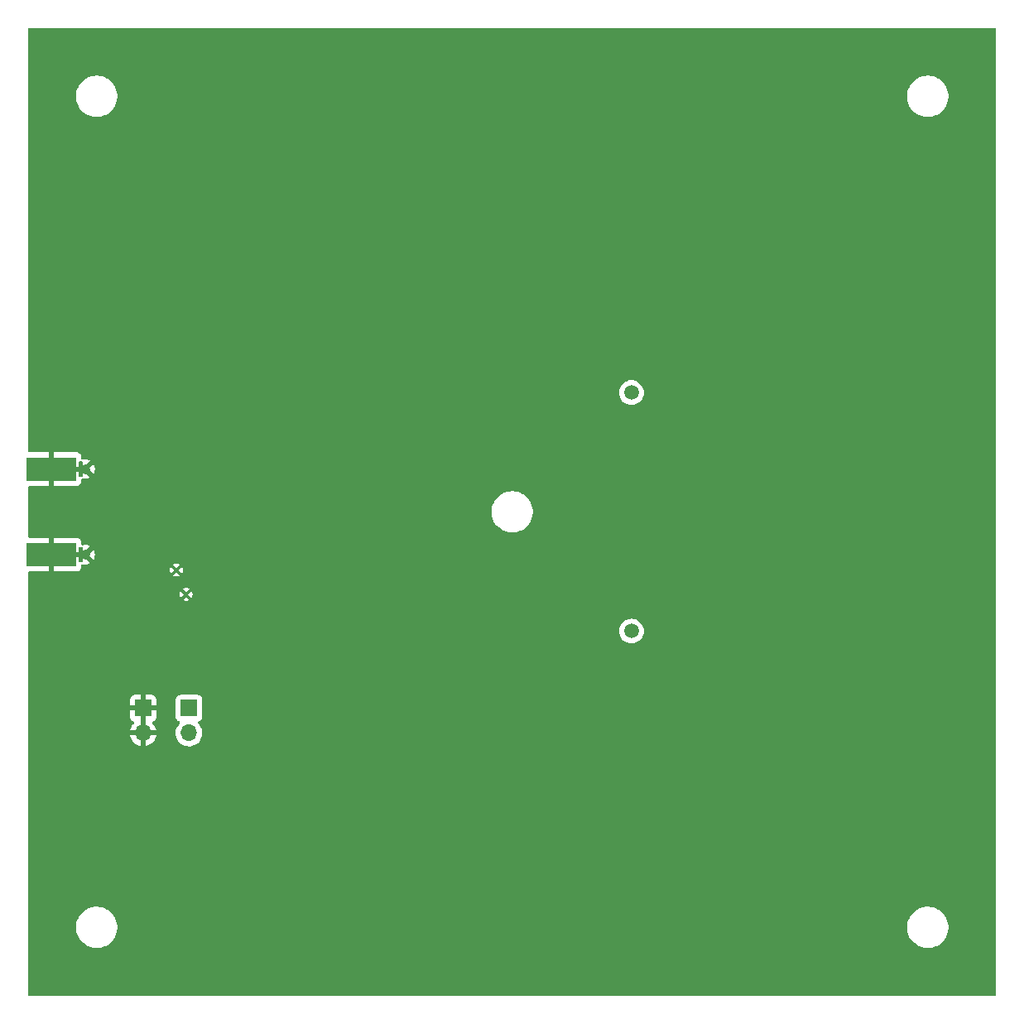
<source format=gbl>
G04 #@! TF.GenerationSoftware,KiCad,Pcbnew,(6.0.6-0)*
G04 #@! TF.CreationDate,2022-09-01T17:00:11+01:00*
G04 #@! TF.ProjectId,gnss_antenna_pcb,676e7373-5f61-46e7-9465-6e6e615f7063,rev?*
G04 #@! TF.SameCoordinates,Original*
G04 #@! TF.FileFunction,Copper,L2,Bot*
G04 #@! TF.FilePolarity,Positive*
%FSLAX46Y46*%
G04 Gerber Fmt 4.6, Leading zero omitted, Abs format (unit mm)*
G04 Created by KiCad (PCBNEW (6.0.6-0)) date 2022-09-01 17:00:11*
%MOMM*%
%LPD*%
G01*
G04 APERTURE LIST*
G04 #@! TA.AperFunction,ComponentPad*
%ADD10C,1.500000*%
G04 #@! TD*
G04 #@! TA.AperFunction,SMDPad,CuDef*
%ADD11R,5.080000X2.420000*%
G04 #@! TD*
G04 #@! TA.AperFunction,SMDPad,CuDef*
%ADD12R,0.950000X0.460000*%
G04 #@! TD*
G04 #@! TA.AperFunction,ComponentPad*
%ADD13C,0.970000*%
G04 #@! TD*
G04 #@! TA.AperFunction,ComponentPad*
%ADD14C,0.300000*%
G04 #@! TD*
G04 #@! TA.AperFunction,ComponentPad*
%ADD15R,1.700000X1.700000*%
G04 #@! TD*
G04 #@! TA.AperFunction,ComponentPad*
%ADD16O,1.700000X1.700000*%
G04 #@! TD*
G04 #@! TA.AperFunction,ViaPad*
%ADD17C,0.800000*%
G04 #@! TD*
G04 APERTURE END LIST*
D10*
X112197592Y-112197592D03*
X112197592Y-87802408D03*
D11*
X52880000Y-104380000D03*
D12*
X55870000Y-104380000D03*
X55870000Y-95620000D03*
D11*
X52880000Y-95620000D03*
D13*
X56320000Y-104380000D03*
X56320000Y-95620000D03*
D14*
X65650000Y-105950000D03*
D15*
X62260000Y-120085000D03*
D16*
X62260000Y-122625000D03*
D15*
X66940000Y-120085000D03*
D16*
X66940000Y-122625000D03*
D14*
X66650000Y-108450000D03*
D17*
X108790782Y-82600000D03*
X59600000Y-119400000D03*
X67400000Y-95800000D03*
X148200000Y-99900000D03*
X103430766Y-51600000D03*
X87250000Y-96812500D03*
X75800000Y-84000000D03*
X95700000Y-117200000D03*
X53000000Y-106800000D03*
X74000000Y-87000000D03*
X93750000Y-100625000D03*
X148200000Y-80580000D03*
X59400000Y-110400000D03*
X109400000Y-148200000D03*
X96500000Y-94250000D03*
X53300000Y-112600000D03*
X148200000Y-119220000D03*
X72600000Y-89600000D03*
X109800000Y-117200000D03*
X53000000Y-102200000D03*
X59600000Y-123400000D03*
X93750000Y-106750000D03*
X51000000Y-111200000D03*
X97169235Y-82600000D03*
X116200000Y-115000000D03*
X51200000Y-69400000D03*
X60310000Y-112660000D03*
X85547694Y-82600000D03*
X71750000Y-119200000D03*
X116200000Y-107500000D03*
X70200000Y-94200000D03*
X68600000Y-117600000D03*
X57800000Y-122200000D03*
X73000000Y-88000000D03*
X51700000Y-117350000D03*
X90500000Y-104437500D03*
X57800000Y-117800000D03*
X138500000Y-148200000D03*
X71750000Y-118050000D03*
X125815380Y-51600000D03*
X93750000Y-104437500D03*
X51200000Y-51600000D03*
X87250000Y-100625000D03*
X81600000Y-117200000D03*
X116200000Y-103750000D03*
X95969228Y-51600000D03*
X100400000Y-117200000D03*
X105100000Y-117200000D03*
X68000000Y-109200000D03*
X116200000Y-88750000D03*
X53000000Y-97800000D03*
X58400000Y-116000000D03*
X72580512Y-94153214D03*
X61600000Y-109950000D03*
X93295388Y-82600000D03*
X116200000Y-85000000D03*
X104916929Y-82600000D03*
X77950000Y-116700000D03*
X59600000Y-121400000D03*
X148200000Y-109560000D03*
X70600000Y-148200000D03*
X77950000Y-117850000D03*
X148200000Y-148200000D03*
X148200000Y-90240000D03*
X62600000Y-97800000D03*
X81046152Y-51600000D03*
X71750000Y-116850000D03*
X148200000Y-138540000D03*
X66123076Y-51600000D03*
X101043082Y-82600000D03*
X112200000Y-84000000D03*
X57800000Y-120200000D03*
X116200000Y-111250000D03*
X86300000Y-117200000D03*
X118353842Y-51600000D03*
X148200000Y-61260000D03*
X148200000Y-70920000D03*
X51200000Y-77200000D03*
X128800000Y-148200000D03*
X72600000Y-91800000D03*
X90500000Y-94250000D03*
X99700000Y-148200000D03*
X80300000Y-148200000D03*
X90500000Y-106750000D03*
X51200000Y-60600000D03*
X69400000Y-122800000D03*
X72800000Y-84000000D03*
X90500000Y-96812500D03*
X58661538Y-51600000D03*
X52800000Y-111200000D03*
X133276918Y-51600000D03*
X90000000Y-148200000D03*
X148200000Y-128880000D03*
X89421541Y-82600000D03*
X51200000Y-148200000D03*
X57750000Y-114050000D03*
X65600000Y-97800000D03*
X74000000Y-88000000D03*
X90500000Y-100625000D03*
X81673847Y-82600000D03*
X64600000Y-121200000D03*
X88507690Y-51600000D03*
X77800000Y-82600000D03*
X70200000Y-115800000D03*
X110892304Y-51600000D03*
X116200000Y-96250000D03*
X55450000Y-114950000D03*
X51000000Y-107200000D03*
X91000000Y-117200000D03*
X69400000Y-119800000D03*
X56600000Y-102200000D03*
X60900000Y-148200000D03*
X73584614Y-51600000D03*
X73000000Y-87000000D03*
X116200000Y-92500000D03*
X51200000Y-93000000D03*
X148200000Y-51600000D03*
X57700000Y-109150000D03*
X51200000Y-84400000D03*
X96500000Y-106750000D03*
X63850000Y-115950000D03*
X87250000Y-104437500D03*
X119100000Y-148200000D03*
X116200000Y-100000000D03*
X51000000Y-109200000D03*
X65250000Y-117250000D03*
X112600000Y-116000000D03*
X59600000Y-97800000D03*
X77900000Y-119150000D03*
X57700000Y-111350000D03*
X93750000Y-94250000D03*
X56600000Y-97800000D03*
X55200000Y-117000000D03*
X93750000Y-97000000D03*
X140738456Y-51600000D03*
X68000000Y-108200000D03*
G04 #@! TA.AperFunction,Conductor*
G36*
X149433621Y-50528502D02*
G01*
X149480114Y-50582158D01*
X149491500Y-50634500D01*
X149491500Y-149365500D01*
X149471498Y-149433621D01*
X149417842Y-149480114D01*
X149365500Y-149491500D01*
X50634500Y-149491500D01*
X50566379Y-149471498D01*
X50519886Y-149417842D01*
X50508500Y-149365500D01*
X50508500Y-142632703D01*
X55390743Y-142632703D01*
X55428268Y-142917734D01*
X55504129Y-143195036D01*
X55616923Y-143459476D01*
X55764561Y-143706161D01*
X55944313Y-143930528D01*
X56152851Y-144128423D01*
X56386317Y-144296186D01*
X56390112Y-144298195D01*
X56390113Y-144298196D01*
X56411869Y-144309715D01*
X56640392Y-144430712D01*
X56910373Y-144529511D01*
X57191264Y-144590755D01*
X57219841Y-144593004D01*
X57414282Y-144608307D01*
X57414291Y-144608307D01*
X57416739Y-144608500D01*
X57572271Y-144608500D01*
X57574407Y-144608354D01*
X57574418Y-144608354D01*
X57782548Y-144594165D01*
X57782554Y-144594164D01*
X57786825Y-144593873D01*
X57791020Y-144593004D01*
X57791022Y-144593004D01*
X57927584Y-144564723D01*
X58068342Y-144535574D01*
X58339343Y-144439607D01*
X58594812Y-144307750D01*
X58598313Y-144305289D01*
X58598317Y-144305287D01*
X58712417Y-144225096D01*
X58830023Y-144142441D01*
X59040622Y-143946740D01*
X59222713Y-143724268D01*
X59372927Y-143479142D01*
X59488483Y-143215898D01*
X59567244Y-142939406D01*
X59607751Y-142654784D01*
X59607845Y-142636951D01*
X59607867Y-142632703D01*
X140390743Y-142632703D01*
X140428268Y-142917734D01*
X140504129Y-143195036D01*
X140616923Y-143459476D01*
X140764561Y-143706161D01*
X140944313Y-143930528D01*
X141152851Y-144128423D01*
X141386317Y-144296186D01*
X141390112Y-144298195D01*
X141390113Y-144298196D01*
X141411869Y-144309715D01*
X141640392Y-144430712D01*
X141910373Y-144529511D01*
X142191264Y-144590755D01*
X142219841Y-144593004D01*
X142414282Y-144608307D01*
X142414291Y-144608307D01*
X142416739Y-144608500D01*
X142572271Y-144608500D01*
X142574407Y-144608354D01*
X142574418Y-144608354D01*
X142782548Y-144594165D01*
X142782554Y-144594164D01*
X142786825Y-144593873D01*
X142791020Y-144593004D01*
X142791022Y-144593004D01*
X142927584Y-144564723D01*
X143068342Y-144535574D01*
X143339343Y-144439607D01*
X143594812Y-144307750D01*
X143598313Y-144305289D01*
X143598317Y-144305287D01*
X143712417Y-144225096D01*
X143830023Y-144142441D01*
X144040622Y-143946740D01*
X144222713Y-143724268D01*
X144372927Y-143479142D01*
X144488483Y-143215898D01*
X144567244Y-142939406D01*
X144607751Y-142654784D01*
X144607845Y-142636951D01*
X144609235Y-142371583D01*
X144609235Y-142371576D01*
X144609257Y-142367297D01*
X144571732Y-142082266D01*
X144495871Y-141804964D01*
X144383077Y-141540524D01*
X144235439Y-141293839D01*
X144055687Y-141069472D01*
X143847149Y-140871577D01*
X143613683Y-140703814D01*
X143591843Y-140692250D01*
X143568654Y-140679972D01*
X143359608Y-140569288D01*
X143089627Y-140470489D01*
X142808736Y-140409245D01*
X142777685Y-140406801D01*
X142585718Y-140391693D01*
X142585709Y-140391693D01*
X142583261Y-140391500D01*
X142427729Y-140391500D01*
X142425593Y-140391646D01*
X142425582Y-140391646D01*
X142217452Y-140405835D01*
X142217446Y-140405836D01*
X142213175Y-140406127D01*
X142208980Y-140406996D01*
X142208978Y-140406996D01*
X142072416Y-140435277D01*
X141931658Y-140464426D01*
X141660657Y-140560393D01*
X141405188Y-140692250D01*
X141401687Y-140694711D01*
X141401683Y-140694713D01*
X141391594Y-140701804D01*
X141169977Y-140857559D01*
X140959378Y-141053260D01*
X140777287Y-141275732D01*
X140627073Y-141520858D01*
X140511517Y-141784102D01*
X140432756Y-142060594D01*
X140392249Y-142345216D01*
X140392227Y-142349505D01*
X140392226Y-142349512D01*
X140390765Y-142628417D01*
X140390743Y-142632703D01*
X59607867Y-142632703D01*
X59609235Y-142371583D01*
X59609235Y-142371576D01*
X59609257Y-142367297D01*
X59571732Y-142082266D01*
X59495871Y-141804964D01*
X59383077Y-141540524D01*
X59235439Y-141293839D01*
X59055687Y-141069472D01*
X58847149Y-140871577D01*
X58613683Y-140703814D01*
X58591843Y-140692250D01*
X58568654Y-140679972D01*
X58359608Y-140569288D01*
X58089627Y-140470489D01*
X57808736Y-140409245D01*
X57777685Y-140406801D01*
X57585718Y-140391693D01*
X57585709Y-140391693D01*
X57583261Y-140391500D01*
X57427729Y-140391500D01*
X57425593Y-140391646D01*
X57425582Y-140391646D01*
X57217452Y-140405835D01*
X57217446Y-140405836D01*
X57213175Y-140406127D01*
X57208980Y-140406996D01*
X57208978Y-140406996D01*
X57072416Y-140435277D01*
X56931658Y-140464426D01*
X56660657Y-140560393D01*
X56405188Y-140692250D01*
X56401687Y-140694711D01*
X56401683Y-140694713D01*
X56391594Y-140701804D01*
X56169977Y-140857559D01*
X55959378Y-141053260D01*
X55777287Y-141275732D01*
X55627073Y-141520858D01*
X55511517Y-141784102D01*
X55432756Y-142060594D01*
X55392249Y-142345216D01*
X55392227Y-142349505D01*
X55392226Y-142349512D01*
X55390765Y-142628417D01*
X55390743Y-142632703D01*
X50508500Y-142632703D01*
X50508500Y-122892966D01*
X60928257Y-122892966D01*
X60958565Y-123027446D01*
X60961645Y-123037275D01*
X61041770Y-123234603D01*
X61046413Y-123243794D01*
X61157694Y-123425388D01*
X61163777Y-123433699D01*
X61303213Y-123594667D01*
X61310580Y-123601883D01*
X61474434Y-123737916D01*
X61482881Y-123743831D01*
X61666756Y-123851279D01*
X61676042Y-123855729D01*
X61875001Y-123931703D01*
X61884899Y-123934579D01*
X61988250Y-123955606D01*
X62002299Y-123954410D01*
X62006000Y-123944065D01*
X62006000Y-123943517D01*
X62514000Y-123943517D01*
X62518064Y-123957359D01*
X62531478Y-123959393D01*
X62538184Y-123958534D01*
X62548262Y-123956392D01*
X62752255Y-123895191D01*
X62761842Y-123891433D01*
X62953095Y-123797739D01*
X62961945Y-123792464D01*
X63135328Y-123668792D01*
X63143200Y-123662139D01*
X63294052Y-123511812D01*
X63300730Y-123503965D01*
X63425003Y-123331020D01*
X63430313Y-123322183D01*
X63524670Y-123131267D01*
X63528469Y-123121672D01*
X63590377Y-122917910D01*
X63592555Y-122907837D01*
X63593986Y-122896962D01*
X63591775Y-122882778D01*
X63578617Y-122879000D01*
X62532115Y-122879000D01*
X62516876Y-122883475D01*
X62515671Y-122884865D01*
X62514000Y-122892548D01*
X62514000Y-123943517D01*
X62006000Y-123943517D01*
X62006000Y-122897115D01*
X62001525Y-122881876D01*
X62000135Y-122880671D01*
X61992452Y-122879000D01*
X60943225Y-122879000D01*
X60929694Y-122882973D01*
X60928257Y-122892966D01*
X50508500Y-122892966D01*
X50508500Y-122591695D01*
X65577251Y-122591695D01*
X65577548Y-122596848D01*
X65577548Y-122596851D01*
X65583011Y-122691590D01*
X65590110Y-122814715D01*
X65591247Y-122819761D01*
X65591248Y-122819767D01*
X65605449Y-122882778D01*
X65639222Y-123032639D01*
X65723266Y-123239616D01*
X65839987Y-123430088D01*
X65986250Y-123598938D01*
X66158126Y-123741632D01*
X66351000Y-123854338D01*
X66559692Y-123934030D01*
X66564760Y-123935061D01*
X66564763Y-123935062D01*
X66659862Y-123954410D01*
X66778597Y-123978567D01*
X66783772Y-123978757D01*
X66783774Y-123978757D01*
X66996673Y-123986564D01*
X66996677Y-123986564D01*
X67001837Y-123986753D01*
X67006957Y-123986097D01*
X67006959Y-123986097D01*
X67218288Y-123959025D01*
X67218289Y-123959025D01*
X67223416Y-123958368D01*
X67228366Y-123956883D01*
X67432429Y-123895661D01*
X67432434Y-123895659D01*
X67437384Y-123894174D01*
X67637994Y-123795896D01*
X67819860Y-123666173D01*
X67978096Y-123508489D01*
X68037594Y-123425689D01*
X68105435Y-123331277D01*
X68108453Y-123327077D01*
X68207430Y-123126811D01*
X68272370Y-122913069D01*
X68301529Y-122691590D01*
X68303156Y-122625000D01*
X68284852Y-122402361D01*
X68230431Y-122185702D01*
X68141354Y-121980840D01*
X68020014Y-121793277D01*
X68000405Y-121771727D01*
X67872798Y-121631488D01*
X67841746Y-121567642D01*
X67850141Y-121497143D01*
X67895317Y-121442375D01*
X67921761Y-121428706D01*
X68028297Y-121388767D01*
X68036705Y-121385615D01*
X68153261Y-121298261D01*
X68240615Y-121181705D01*
X68291745Y-121045316D01*
X68298500Y-120983134D01*
X68298500Y-119186866D01*
X68291745Y-119124684D01*
X68240615Y-118988295D01*
X68153261Y-118871739D01*
X68036705Y-118784385D01*
X67900316Y-118733255D01*
X67838134Y-118726500D01*
X66041866Y-118726500D01*
X65979684Y-118733255D01*
X65843295Y-118784385D01*
X65726739Y-118871739D01*
X65639385Y-118988295D01*
X65588255Y-119124684D01*
X65581500Y-119186866D01*
X65581500Y-120983134D01*
X65588255Y-121045316D01*
X65639385Y-121181705D01*
X65726739Y-121298261D01*
X65843295Y-121385615D01*
X65851704Y-121388767D01*
X65851705Y-121388768D01*
X65960451Y-121429535D01*
X66017216Y-121472176D01*
X66041916Y-121538738D01*
X66026709Y-121608087D01*
X66007316Y-121634568D01*
X65880629Y-121767138D01*
X65877715Y-121771410D01*
X65877714Y-121771411D01*
X65865409Y-121789450D01*
X65754743Y-121951680D01*
X65660688Y-122154305D01*
X65600989Y-122369570D01*
X65577251Y-122591695D01*
X50508500Y-122591695D01*
X50508500Y-120979669D01*
X60902001Y-120979669D01*
X60902371Y-120986490D01*
X60907895Y-121037352D01*
X60911521Y-121052604D01*
X60956676Y-121173054D01*
X60965214Y-121188649D01*
X61041715Y-121290724D01*
X61054276Y-121303285D01*
X61156351Y-121379786D01*
X61171946Y-121388324D01*
X61281337Y-121429333D01*
X61338101Y-121471975D01*
X61362801Y-121538536D01*
X61347594Y-121607885D01*
X61328201Y-121634366D01*
X61204590Y-121763717D01*
X61198104Y-121771727D01*
X61078098Y-121947649D01*
X61073000Y-121956623D01*
X60983338Y-122149783D01*
X60979775Y-122159470D01*
X60924389Y-122359183D01*
X60925912Y-122367607D01*
X60938292Y-122371000D01*
X61987885Y-122371000D01*
X62003124Y-122366525D01*
X62004329Y-122365135D01*
X62006000Y-122357452D01*
X62006000Y-122352885D01*
X62514000Y-122352885D01*
X62518475Y-122368124D01*
X62519865Y-122369329D01*
X62527548Y-122371000D01*
X63578344Y-122371000D01*
X63591875Y-122367027D01*
X63593180Y-122357947D01*
X63551214Y-122190875D01*
X63547894Y-122181124D01*
X63462972Y-121985814D01*
X63458105Y-121976739D01*
X63342426Y-121797926D01*
X63336136Y-121789757D01*
X63191931Y-121631279D01*
X63160879Y-121567433D01*
X63169273Y-121496934D01*
X63214450Y-121442166D01*
X63240894Y-121428497D01*
X63348054Y-121388324D01*
X63363649Y-121379786D01*
X63465724Y-121303285D01*
X63478285Y-121290724D01*
X63554786Y-121188649D01*
X63563324Y-121173054D01*
X63608478Y-121052606D01*
X63612105Y-121037351D01*
X63617631Y-120986486D01*
X63618000Y-120979672D01*
X63618000Y-120357115D01*
X63613525Y-120341876D01*
X63612135Y-120340671D01*
X63604452Y-120339000D01*
X62532115Y-120339000D01*
X62516876Y-120343475D01*
X62515671Y-120344865D01*
X62514000Y-120352548D01*
X62514000Y-122352885D01*
X62006000Y-122352885D01*
X62006000Y-120357115D01*
X62001525Y-120341876D01*
X62000135Y-120340671D01*
X61992452Y-120339000D01*
X60920116Y-120339000D01*
X60904877Y-120343475D01*
X60903672Y-120344865D01*
X60902001Y-120352548D01*
X60902001Y-120979669D01*
X50508500Y-120979669D01*
X50508500Y-119812885D01*
X60902000Y-119812885D01*
X60906475Y-119828124D01*
X60907865Y-119829329D01*
X60915548Y-119831000D01*
X61987885Y-119831000D01*
X62003124Y-119826525D01*
X62004329Y-119825135D01*
X62006000Y-119817452D01*
X62006000Y-119812885D01*
X62514000Y-119812885D01*
X62518475Y-119828124D01*
X62519865Y-119829329D01*
X62527548Y-119831000D01*
X63599884Y-119831000D01*
X63615123Y-119826525D01*
X63616328Y-119825135D01*
X63617999Y-119817452D01*
X63617999Y-119190331D01*
X63617629Y-119183510D01*
X63612105Y-119132648D01*
X63608479Y-119117396D01*
X63563324Y-118996946D01*
X63554786Y-118981351D01*
X63478285Y-118879276D01*
X63465724Y-118866715D01*
X63363649Y-118790214D01*
X63348054Y-118781676D01*
X63227606Y-118736522D01*
X63212351Y-118732895D01*
X63161486Y-118727369D01*
X63154672Y-118727000D01*
X62532115Y-118727000D01*
X62516876Y-118731475D01*
X62515671Y-118732865D01*
X62514000Y-118740548D01*
X62514000Y-119812885D01*
X62006000Y-119812885D01*
X62006000Y-118745116D01*
X62001525Y-118729877D01*
X62000135Y-118728672D01*
X61992452Y-118727001D01*
X61365331Y-118727001D01*
X61358510Y-118727371D01*
X61307648Y-118732895D01*
X61292396Y-118736521D01*
X61171946Y-118781676D01*
X61156351Y-118790214D01*
X61054276Y-118866715D01*
X61041715Y-118879276D01*
X60965214Y-118981351D01*
X60956676Y-118996946D01*
X60911522Y-119117394D01*
X60907895Y-119132649D01*
X60902369Y-119183514D01*
X60902000Y-119190328D01*
X60902000Y-119812885D01*
X50508500Y-119812885D01*
X50508500Y-112197592D01*
X110934285Y-112197592D01*
X110953477Y-112416963D01*
X111010472Y-112629668D01*
X111012797Y-112634653D01*
X111101210Y-112824258D01*
X111101213Y-112824263D01*
X111103536Y-112829245D01*
X111229843Y-113009630D01*
X111385554Y-113165341D01*
X111565938Y-113291648D01*
X111765516Y-113384712D01*
X111978221Y-113441707D01*
X112197592Y-113460899D01*
X112416963Y-113441707D01*
X112629668Y-113384712D01*
X112829246Y-113291648D01*
X113009630Y-113165341D01*
X113165341Y-113009630D01*
X113291648Y-112829245D01*
X113293971Y-112824263D01*
X113293974Y-112824258D01*
X113382387Y-112634653D01*
X113384712Y-112629668D01*
X113441707Y-112416963D01*
X113460899Y-112197592D01*
X113441707Y-111978221D01*
X113384712Y-111765516D01*
X113341177Y-111672154D01*
X113293974Y-111570926D01*
X113293971Y-111570921D01*
X113291648Y-111565939D01*
X113165341Y-111385554D01*
X113009630Y-111229843D01*
X112829246Y-111103536D01*
X112629668Y-111010472D01*
X112416963Y-110953477D01*
X112197592Y-110934285D01*
X111978221Y-110953477D01*
X111765516Y-111010472D01*
X111672154Y-111054007D01*
X111570926Y-111101210D01*
X111570921Y-111101213D01*
X111565939Y-111103536D01*
X111561432Y-111106692D01*
X111561430Y-111106693D01*
X111390065Y-111226684D01*
X111390062Y-111226686D01*
X111385554Y-111229843D01*
X111229843Y-111385554D01*
X111103536Y-111565939D01*
X111101213Y-111570921D01*
X111101210Y-111570926D01*
X111054007Y-111672154D01*
X111010472Y-111765516D01*
X110953477Y-111978221D01*
X110934285Y-112197592D01*
X50508500Y-112197592D01*
X50508500Y-109009499D01*
X66308253Y-109009499D01*
X66312942Y-109015763D01*
X66399318Y-109062662D01*
X66413344Y-109068215D01*
X66552693Y-109104772D01*
X66567644Y-109106819D01*
X66711687Y-109109083D01*
X66726691Y-109107506D01*
X66867125Y-109075342D01*
X66881310Y-109070235D01*
X66982754Y-109019214D01*
X66993060Y-109009583D01*
X66990848Y-109002980D01*
X66662812Y-108674944D01*
X66648868Y-108667330D01*
X66647035Y-108667461D01*
X66640420Y-108671712D01*
X66315013Y-108997119D01*
X66308253Y-109009499D01*
X50508500Y-109009499D01*
X50508500Y-108450609D01*
X65988037Y-108450609D01*
X66003846Y-108593805D01*
X66007292Y-108608494D01*
X66056799Y-108743783D01*
X66063649Y-108757226D01*
X66080470Y-108782259D01*
X66090454Y-108790558D01*
X66104545Y-108783323D01*
X66425056Y-108462812D01*
X66431434Y-108451132D01*
X66867330Y-108451132D01*
X66867461Y-108452965D01*
X66871712Y-108459580D01*
X67197382Y-108785250D01*
X67209392Y-108791808D01*
X67221133Y-108782838D01*
X67226413Y-108775490D01*
X67233678Y-108762275D01*
X67287413Y-108628607D01*
X67291319Y-108614028D01*
X67312107Y-108467962D01*
X67312731Y-108459758D01*
X67312790Y-108454121D01*
X67312338Y-108445906D01*
X67294612Y-108299432D01*
X67291016Y-108284789D01*
X67240089Y-108150014D01*
X67233106Y-108136657D01*
X67219892Y-108117431D01*
X67209638Y-108109088D01*
X67195899Y-108116233D01*
X66874944Y-108437188D01*
X66867330Y-108451132D01*
X66431434Y-108451132D01*
X66432670Y-108448868D01*
X66432539Y-108447035D01*
X66428288Y-108440420D01*
X66102925Y-108115057D01*
X66091116Y-108108608D01*
X66079142Y-108117856D01*
X66070212Y-108130562D01*
X66063083Y-108143856D01*
X66010751Y-108278080D01*
X66006999Y-108292694D01*
X65988194Y-108435528D01*
X65988037Y-108450609D01*
X50508500Y-108450609D01*
X50508500Y-107890792D01*
X66307393Y-107890792D01*
X66309764Y-107897632D01*
X66637188Y-108225056D01*
X66651132Y-108232670D01*
X66652965Y-108232539D01*
X66659580Y-108228288D01*
X66985312Y-107902556D01*
X66992072Y-107890176D01*
X66987562Y-107884152D01*
X66894249Y-107834745D01*
X66880172Y-107829342D01*
X66740446Y-107794245D01*
X66725474Y-107792354D01*
X66581410Y-107791600D01*
X66566434Y-107793332D01*
X66426335Y-107826967D01*
X66412211Y-107832220D01*
X66317595Y-107881055D01*
X66307393Y-107890792D01*
X50508500Y-107890792D01*
X50508500Y-106509499D01*
X65308253Y-106509499D01*
X65312942Y-106515763D01*
X65399318Y-106562662D01*
X65413344Y-106568215D01*
X65552693Y-106604772D01*
X65567644Y-106606819D01*
X65711687Y-106609083D01*
X65726691Y-106607506D01*
X65867125Y-106575342D01*
X65881310Y-106570235D01*
X65982754Y-106519214D01*
X65993060Y-106509583D01*
X65990848Y-106502980D01*
X65662812Y-106174944D01*
X65648868Y-106167330D01*
X65647035Y-106167461D01*
X65640420Y-106171712D01*
X65315013Y-106497119D01*
X65308253Y-106509499D01*
X50508500Y-106509499D01*
X50508500Y-106224000D01*
X50528502Y-106155879D01*
X50582158Y-106109386D01*
X50634500Y-106098000D01*
X52607885Y-106098000D01*
X52623124Y-106093525D01*
X52624329Y-106092135D01*
X52626000Y-106084452D01*
X52626000Y-106079884D01*
X53134000Y-106079884D01*
X53138475Y-106095123D01*
X53139865Y-106096328D01*
X53147548Y-106097999D01*
X55464669Y-106097999D01*
X55471490Y-106097629D01*
X55522352Y-106092105D01*
X55537604Y-106088479D01*
X55658054Y-106043324D01*
X55673649Y-106034786D01*
X55775724Y-105958285D01*
X55783400Y-105950609D01*
X64988037Y-105950609D01*
X65003846Y-106093805D01*
X65007292Y-106108494D01*
X65056799Y-106243783D01*
X65063649Y-106257226D01*
X65080470Y-106282259D01*
X65090454Y-106290558D01*
X65104545Y-106283323D01*
X65425056Y-105962812D01*
X65431434Y-105951132D01*
X65867330Y-105951132D01*
X65867461Y-105952965D01*
X65871712Y-105959580D01*
X66197382Y-106285250D01*
X66209392Y-106291808D01*
X66221133Y-106282838D01*
X66226413Y-106275490D01*
X66233678Y-106262275D01*
X66287413Y-106128607D01*
X66291319Y-106114028D01*
X66312107Y-105967962D01*
X66312731Y-105959758D01*
X66312790Y-105954121D01*
X66312338Y-105945906D01*
X66294612Y-105799432D01*
X66291016Y-105784789D01*
X66240089Y-105650014D01*
X66233106Y-105636657D01*
X66219892Y-105617431D01*
X66209638Y-105609088D01*
X66195899Y-105616233D01*
X65874944Y-105937188D01*
X65867330Y-105951132D01*
X65431434Y-105951132D01*
X65432670Y-105948868D01*
X65432539Y-105947035D01*
X65428288Y-105940420D01*
X65102925Y-105615057D01*
X65091116Y-105608608D01*
X65079142Y-105617856D01*
X65070212Y-105630562D01*
X65063083Y-105643856D01*
X65010751Y-105778080D01*
X65006999Y-105792694D01*
X64988194Y-105935528D01*
X64988037Y-105950609D01*
X55783400Y-105950609D01*
X55788285Y-105945724D01*
X55864786Y-105843649D01*
X55873324Y-105828054D01*
X55918478Y-105707606D01*
X55922105Y-105692351D01*
X55927631Y-105641486D01*
X55928000Y-105634672D01*
X55928000Y-105470202D01*
X55948002Y-105402081D01*
X55961030Y-105390792D01*
X65307393Y-105390792D01*
X65309764Y-105397632D01*
X65637188Y-105725056D01*
X65651132Y-105732670D01*
X65652965Y-105732539D01*
X65659580Y-105728288D01*
X65985312Y-105402556D01*
X65992072Y-105390176D01*
X65987562Y-105384152D01*
X65894249Y-105334745D01*
X65880172Y-105329342D01*
X65740446Y-105294245D01*
X65725474Y-105292354D01*
X65581410Y-105291600D01*
X65566434Y-105293332D01*
X65426335Y-105326967D01*
X65412211Y-105332220D01*
X65317595Y-105381055D01*
X65307393Y-105390792D01*
X55961030Y-105390792D01*
X56001658Y-105355588D01*
X56071932Y-105345484D01*
X56092936Y-105350369D01*
X56099877Y-105352624D01*
X56111851Y-105355257D01*
X56292992Y-105376857D01*
X56305241Y-105377114D01*
X56487125Y-105363119D01*
X56499205Y-105360988D01*
X56674895Y-105311934D01*
X56686328Y-105307500D01*
X56804342Y-105247887D01*
X56814626Y-105238242D01*
X56812388Y-105231598D01*
X56112812Y-104532022D01*
X56102723Y-104526513D01*
X56100000Y-104533814D01*
X56100000Y-105032000D01*
X56079998Y-105100121D01*
X56026342Y-105146614D01*
X55974000Y-105158000D01*
X55766000Y-105158000D01*
X55697879Y-105137998D01*
X55651386Y-105084342D01*
X55640000Y-105032000D01*
X55640000Y-104652115D01*
X55635525Y-104636876D01*
X55634135Y-104635671D01*
X55626452Y-104634000D01*
X53152115Y-104634000D01*
X53136876Y-104638475D01*
X53135671Y-104639865D01*
X53134000Y-104647548D01*
X53134000Y-106079884D01*
X52626000Y-106079884D01*
X52626000Y-104381132D01*
X56684408Y-104381132D01*
X56684539Y-104382965D01*
X56688790Y-104389580D01*
X57165659Y-104866449D01*
X57178039Y-104873209D01*
X57184773Y-104868168D01*
X57228494Y-104791207D01*
X57233487Y-104779991D01*
X57291062Y-104606914D01*
X57293782Y-104594942D01*
X57316973Y-104411364D01*
X57317465Y-104404335D01*
X57317756Y-104383505D01*
X57317463Y-104376512D01*
X57299403Y-104192325D01*
X57297020Y-104180290D01*
X57244298Y-104005665D01*
X57239623Y-103994324D01*
X57187472Y-103896241D01*
X57177610Y-103886158D01*
X57170484Y-103888726D01*
X56692022Y-104367188D01*
X56684408Y-104381132D01*
X52626000Y-104381132D01*
X52626000Y-104107885D01*
X53134000Y-104107885D01*
X53138475Y-104123124D01*
X53139865Y-104124329D01*
X53147548Y-104126000D01*
X55621885Y-104126000D01*
X55637124Y-104121525D01*
X55638329Y-104120135D01*
X55640000Y-104112452D01*
X55640000Y-103728000D01*
X55660002Y-103659879D01*
X55713658Y-103613386D01*
X55766000Y-103602000D01*
X55974000Y-103602000D01*
X56042121Y-103622002D01*
X56088614Y-103675658D01*
X56100000Y-103728000D01*
X56100000Y-104222675D01*
X56103237Y-104233700D01*
X56110328Y-104230462D01*
X56806766Y-103534024D01*
X56813526Y-103521644D01*
X56808867Y-103515421D01*
X56712083Y-103463090D01*
X56700778Y-103458338D01*
X56526524Y-103404397D01*
X56514511Y-103401931D01*
X56333094Y-103382863D01*
X56320826Y-103382778D01*
X56139169Y-103399310D01*
X56127114Y-103401610D01*
X56089575Y-103412658D01*
X56018578Y-103412704D01*
X55958827Y-103374358D01*
X55929293Y-103309796D01*
X55927999Y-103291785D01*
X55927999Y-103125331D01*
X55927629Y-103118510D01*
X55922105Y-103067648D01*
X55918479Y-103052396D01*
X55873324Y-102931946D01*
X55864786Y-102916351D01*
X55788285Y-102814276D01*
X55775724Y-102801715D01*
X55673649Y-102725214D01*
X55658054Y-102716676D01*
X55537606Y-102671522D01*
X55522351Y-102667895D01*
X55471486Y-102662369D01*
X55464672Y-102662000D01*
X53152115Y-102662000D01*
X53136876Y-102666475D01*
X53135671Y-102667865D01*
X53134000Y-102675548D01*
X53134000Y-104107885D01*
X52626000Y-104107885D01*
X52626000Y-102680116D01*
X52621525Y-102664877D01*
X52620135Y-102663672D01*
X52612452Y-102662001D01*
X50634500Y-102662001D01*
X50566379Y-102641999D01*
X50519886Y-102588343D01*
X50508500Y-102536001D01*
X50508500Y-100132703D01*
X97890743Y-100132703D01*
X97928268Y-100417734D01*
X98004129Y-100695036D01*
X98116923Y-100959476D01*
X98264561Y-101206161D01*
X98444313Y-101430528D01*
X98652851Y-101628423D01*
X98886317Y-101796186D01*
X98890112Y-101798195D01*
X98890113Y-101798196D01*
X98911869Y-101809715D01*
X99140392Y-101930712D01*
X99410373Y-102029511D01*
X99691264Y-102090755D01*
X99719841Y-102093004D01*
X99914282Y-102108307D01*
X99914291Y-102108307D01*
X99916739Y-102108500D01*
X100072271Y-102108500D01*
X100074407Y-102108354D01*
X100074418Y-102108354D01*
X100282548Y-102094165D01*
X100282554Y-102094164D01*
X100286825Y-102093873D01*
X100291020Y-102093004D01*
X100291022Y-102093004D01*
X100427584Y-102064723D01*
X100568342Y-102035574D01*
X100839343Y-101939607D01*
X101094812Y-101807750D01*
X101098313Y-101805289D01*
X101098317Y-101805287D01*
X101212417Y-101725096D01*
X101330023Y-101642441D01*
X101540622Y-101446740D01*
X101722713Y-101224268D01*
X101872927Y-100979142D01*
X101988483Y-100715898D01*
X102067244Y-100439406D01*
X102107751Y-100154784D01*
X102107845Y-100136951D01*
X102109235Y-99871583D01*
X102109235Y-99871576D01*
X102109257Y-99867297D01*
X102071732Y-99582266D01*
X101995871Y-99304964D01*
X101883077Y-99040524D01*
X101735439Y-98793839D01*
X101555687Y-98569472D01*
X101347149Y-98371577D01*
X101113683Y-98203814D01*
X101091843Y-98192250D01*
X101068654Y-98179972D01*
X100859608Y-98069288D01*
X100589627Y-97970489D01*
X100308736Y-97909245D01*
X100277685Y-97906801D01*
X100085718Y-97891693D01*
X100085709Y-97891693D01*
X100083261Y-97891500D01*
X99927729Y-97891500D01*
X99925593Y-97891646D01*
X99925582Y-97891646D01*
X99717452Y-97905835D01*
X99717446Y-97905836D01*
X99713175Y-97906127D01*
X99708980Y-97906996D01*
X99708978Y-97906996D01*
X99572416Y-97935277D01*
X99431658Y-97964426D01*
X99160657Y-98060393D01*
X98905188Y-98192250D01*
X98901687Y-98194711D01*
X98901683Y-98194713D01*
X98891594Y-98201804D01*
X98669977Y-98357559D01*
X98459378Y-98553260D01*
X98277287Y-98775732D01*
X98127073Y-99020858D01*
X98011517Y-99284102D01*
X97932756Y-99560594D01*
X97892249Y-99845216D01*
X97892227Y-99849505D01*
X97892226Y-99849512D01*
X97890765Y-100128417D01*
X97890743Y-100132703D01*
X50508500Y-100132703D01*
X50508500Y-97464000D01*
X50528502Y-97395879D01*
X50582158Y-97349386D01*
X50634500Y-97338000D01*
X52607885Y-97338000D01*
X52623124Y-97333525D01*
X52624329Y-97332135D01*
X52626000Y-97324452D01*
X52626000Y-97319884D01*
X53134000Y-97319884D01*
X53138475Y-97335123D01*
X53139865Y-97336328D01*
X53147548Y-97337999D01*
X55464669Y-97337999D01*
X55471490Y-97337629D01*
X55522352Y-97332105D01*
X55537604Y-97328479D01*
X55658054Y-97283324D01*
X55673649Y-97274786D01*
X55775724Y-97198285D01*
X55788285Y-97185724D01*
X55864786Y-97083649D01*
X55873324Y-97068054D01*
X55918478Y-96947606D01*
X55922105Y-96932351D01*
X55927631Y-96881486D01*
X55928000Y-96874672D01*
X55928000Y-96710202D01*
X55948002Y-96642081D01*
X56001658Y-96595588D01*
X56071932Y-96585484D01*
X56092936Y-96590369D01*
X56099877Y-96592624D01*
X56111851Y-96595257D01*
X56292992Y-96616857D01*
X56305241Y-96617114D01*
X56487125Y-96603119D01*
X56499205Y-96600988D01*
X56674895Y-96551934D01*
X56686328Y-96547500D01*
X56804342Y-96487887D01*
X56814626Y-96478242D01*
X56812388Y-96471598D01*
X56112812Y-95772022D01*
X56102723Y-95766513D01*
X56100000Y-95773814D01*
X56100000Y-96272000D01*
X56079998Y-96340121D01*
X56026342Y-96386614D01*
X55974000Y-96398000D01*
X55766000Y-96398000D01*
X55697879Y-96377998D01*
X55651386Y-96324342D01*
X55640000Y-96272000D01*
X55640000Y-95892115D01*
X55635525Y-95876876D01*
X55634135Y-95875671D01*
X55626452Y-95874000D01*
X53152115Y-95874000D01*
X53136876Y-95878475D01*
X53135671Y-95879865D01*
X53134000Y-95887548D01*
X53134000Y-97319884D01*
X52626000Y-97319884D01*
X52626000Y-95621132D01*
X56684408Y-95621132D01*
X56684539Y-95622965D01*
X56688790Y-95629580D01*
X57165659Y-96106449D01*
X57178039Y-96113209D01*
X57184773Y-96108168D01*
X57228494Y-96031207D01*
X57233487Y-96019991D01*
X57291062Y-95846914D01*
X57293782Y-95834942D01*
X57316973Y-95651364D01*
X57317465Y-95644335D01*
X57317756Y-95623505D01*
X57317463Y-95616512D01*
X57299403Y-95432325D01*
X57297020Y-95420290D01*
X57244298Y-95245665D01*
X57239623Y-95234324D01*
X57187472Y-95136241D01*
X57177610Y-95126158D01*
X57170484Y-95128726D01*
X56692022Y-95607188D01*
X56684408Y-95621132D01*
X52626000Y-95621132D01*
X52626000Y-95347885D01*
X53134000Y-95347885D01*
X53138475Y-95363124D01*
X53139865Y-95364329D01*
X53147548Y-95366000D01*
X55621885Y-95366000D01*
X55637124Y-95361525D01*
X55638329Y-95360135D01*
X55640000Y-95352452D01*
X55640000Y-94968000D01*
X55660002Y-94899879D01*
X55713658Y-94853386D01*
X55766000Y-94842000D01*
X55974000Y-94842000D01*
X56042121Y-94862002D01*
X56088614Y-94915658D01*
X56100000Y-94968000D01*
X56100000Y-95462675D01*
X56103237Y-95473700D01*
X56110328Y-95470462D01*
X56806766Y-94774024D01*
X56813526Y-94761644D01*
X56808867Y-94755421D01*
X56712083Y-94703090D01*
X56700778Y-94698338D01*
X56526524Y-94644397D01*
X56514511Y-94641931D01*
X56333094Y-94622863D01*
X56320826Y-94622778D01*
X56139169Y-94639310D01*
X56127114Y-94641610D01*
X56089575Y-94652658D01*
X56018578Y-94652704D01*
X55958827Y-94614358D01*
X55929293Y-94549796D01*
X55927999Y-94531785D01*
X55927999Y-94365331D01*
X55927629Y-94358510D01*
X55922105Y-94307648D01*
X55918479Y-94292396D01*
X55873324Y-94171946D01*
X55864786Y-94156351D01*
X55788285Y-94054276D01*
X55775724Y-94041715D01*
X55673649Y-93965214D01*
X55658054Y-93956676D01*
X55537606Y-93911522D01*
X55522351Y-93907895D01*
X55471486Y-93902369D01*
X55464672Y-93902000D01*
X53152115Y-93902000D01*
X53136876Y-93906475D01*
X53135671Y-93907865D01*
X53134000Y-93915548D01*
X53134000Y-95347885D01*
X52626000Y-95347885D01*
X52626000Y-93920116D01*
X52621525Y-93904877D01*
X52620135Y-93903672D01*
X52612452Y-93902001D01*
X50634500Y-93902001D01*
X50566379Y-93881999D01*
X50519886Y-93828343D01*
X50508500Y-93776001D01*
X50508500Y-87802408D01*
X110934285Y-87802408D01*
X110953477Y-88021779D01*
X111010472Y-88234484D01*
X111012797Y-88239469D01*
X111101210Y-88429074D01*
X111101213Y-88429079D01*
X111103536Y-88434061D01*
X111229843Y-88614446D01*
X111385554Y-88770157D01*
X111565938Y-88896464D01*
X111765516Y-88989528D01*
X111978221Y-89046523D01*
X112197592Y-89065715D01*
X112416963Y-89046523D01*
X112629668Y-88989528D01*
X112829246Y-88896464D01*
X113009630Y-88770157D01*
X113165341Y-88614446D01*
X113291648Y-88434061D01*
X113293971Y-88429079D01*
X113293974Y-88429074D01*
X113382387Y-88239469D01*
X113384712Y-88234484D01*
X113441707Y-88021779D01*
X113460899Y-87802408D01*
X113441707Y-87583037D01*
X113384712Y-87370332D01*
X113341177Y-87276970D01*
X113293974Y-87175742D01*
X113293971Y-87175737D01*
X113291648Y-87170755D01*
X113165341Y-86990370D01*
X113009630Y-86834659D01*
X112829246Y-86708352D01*
X112629668Y-86615288D01*
X112416963Y-86558293D01*
X112197592Y-86539101D01*
X111978221Y-86558293D01*
X111765516Y-86615288D01*
X111672154Y-86658823D01*
X111570926Y-86706026D01*
X111570921Y-86706029D01*
X111565939Y-86708352D01*
X111561432Y-86711508D01*
X111561430Y-86711509D01*
X111390065Y-86831500D01*
X111390062Y-86831502D01*
X111385554Y-86834659D01*
X111229843Y-86990370D01*
X111103536Y-87170755D01*
X111101213Y-87175737D01*
X111101210Y-87175742D01*
X111054007Y-87276970D01*
X111010472Y-87370332D01*
X110953477Y-87583037D01*
X110934285Y-87802408D01*
X50508500Y-87802408D01*
X50508500Y-57632703D01*
X55390743Y-57632703D01*
X55428268Y-57917734D01*
X55504129Y-58195036D01*
X55616923Y-58459476D01*
X55764561Y-58706161D01*
X55944313Y-58930528D01*
X56152851Y-59128423D01*
X56386317Y-59296186D01*
X56390112Y-59298195D01*
X56390113Y-59298196D01*
X56411869Y-59309715D01*
X56640392Y-59430712D01*
X56910373Y-59529511D01*
X57191264Y-59590755D01*
X57219841Y-59593004D01*
X57414282Y-59608307D01*
X57414291Y-59608307D01*
X57416739Y-59608500D01*
X57572271Y-59608500D01*
X57574407Y-59608354D01*
X57574418Y-59608354D01*
X57782548Y-59594165D01*
X57782554Y-59594164D01*
X57786825Y-59593873D01*
X57791020Y-59593004D01*
X57791022Y-59593004D01*
X57927584Y-59564723D01*
X58068342Y-59535574D01*
X58339343Y-59439607D01*
X58594812Y-59307750D01*
X58598313Y-59305289D01*
X58598317Y-59305287D01*
X58712417Y-59225096D01*
X58830023Y-59142441D01*
X59040622Y-58946740D01*
X59222713Y-58724268D01*
X59372927Y-58479142D01*
X59488483Y-58215898D01*
X59567244Y-57939406D01*
X59607751Y-57654784D01*
X59607845Y-57636951D01*
X59607867Y-57632703D01*
X140390743Y-57632703D01*
X140428268Y-57917734D01*
X140504129Y-58195036D01*
X140616923Y-58459476D01*
X140764561Y-58706161D01*
X140944313Y-58930528D01*
X141152851Y-59128423D01*
X141386317Y-59296186D01*
X141390112Y-59298195D01*
X141390113Y-59298196D01*
X141411869Y-59309715D01*
X141640392Y-59430712D01*
X141910373Y-59529511D01*
X142191264Y-59590755D01*
X142219841Y-59593004D01*
X142414282Y-59608307D01*
X142414291Y-59608307D01*
X142416739Y-59608500D01*
X142572271Y-59608500D01*
X142574407Y-59608354D01*
X142574418Y-59608354D01*
X142782548Y-59594165D01*
X142782554Y-59594164D01*
X142786825Y-59593873D01*
X142791020Y-59593004D01*
X142791022Y-59593004D01*
X142927584Y-59564723D01*
X143068342Y-59535574D01*
X143339343Y-59439607D01*
X143594812Y-59307750D01*
X143598313Y-59305289D01*
X143598317Y-59305287D01*
X143712417Y-59225096D01*
X143830023Y-59142441D01*
X144040622Y-58946740D01*
X144222713Y-58724268D01*
X144372927Y-58479142D01*
X144488483Y-58215898D01*
X144567244Y-57939406D01*
X144607751Y-57654784D01*
X144607845Y-57636951D01*
X144609235Y-57371583D01*
X144609235Y-57371576D01*
X144609257Y-57367297D01*
X144571732Y-57082266D01*
X144495871Y-56804964D01*
X144383077Y-56540524D01*
X144235439Y-56293839D01*
X144055687Y-56069472D01*
X143847149Y-55871577D01*
X143613683Y-55703814D01*
X143591843Y-55692250D01*
X143568654Y-55679972D01*
X143359608Y-55569288D01*
X143089627Y-55470489D01*
X142808736Y-55409245D01*
X142777685Y-55406801D01*
X142585718Y-55391693D01*
X142585709Y-55391693D01*
X142583261Y-55391500D01*
X142427729Y-55391500D01*
X142425593Y-55391646D01*
X142425582Y-55391646D01*
X142217452Y-55405835D01*
X142217446Y-55405836D01*
X142213175Y-55406127D01*
X142208980Y-55406996D01*
X142208978Y-55406996D01*
X142072417Y-55435276D01*
X141931658Y-55464426D01*
X141660657Y-55560393D01*
X141405188Y-55692250D01*
X141401687Y-55694711D01*
X141401683Y-55694713D01*
X141391594Y-55701804D01*
X141169977Y-55857559D01*
X140959378Y-56053260D01*
X140777287Y-56275732D01*
X140627073Y-56520858D01*
X140511517Y-56784102D01*
X140432756Y-57060594D01*
X140392249Y-57345216D01*
X140392227Y-57349505D01*
X140392226Y-57349512D01*
X140390765Y-57628417D01*
X140390743Y-57632703D01*
X59607867Y-57632703D01*
X59609235Y-57371583D01*
X59609235Y-57371576D01*
X59609257Y-57367297D01*
X59571732Y-57082266D01*
X59495871Y-56804964D01*
X59383077Y-56540524D01*
X59235439Y-56293839D01*
X59055687Y-56069472D01*
X58847149Y-55871577D01*
X58613683Y-55703814D01*
X58591843Y-55692250D01*
X58568654Y-55679972D01*
X58359608Y-55569288D01*
X58089627Y-55470489D01*
X57808736Y-55409245D01*
X57777685Y-55406801D01*
X57585718Y-55391693D01*
X57585709Y-55391693D01*
X57583261Y-55391500D01*
X57427729Y-55391500D01*
X57425593Y-55391646D01*
X57425582Y-55391646D01*
X57217452Y-55405835D01*
X57217446Y-55405836D01*
X57213175Y-55406127D01*
X57208980Y-55406996D01*
X57208978Y-55406996D01*
X57072417Y-55435276D01*
X56931658Y-55464426D01*
X56660657Y-55560393D01*
X56405188Y-55692250D01*
X56401687Y-55694711D01*
X56401683Y-55694713D01*
X56391594Y-55701804D01*
X56169977Y-55857559D01*
X55959378Y-56053260D01*
X55777287Y-56275732D01*
X55627073Y-56520858D01*
X55511517Y-56784102D01*
X55432756Y-57060594D01*
X55392249Y-57345216D01*
X55392227Y-57349505D01*
X55392226Y-57349512D01*
X55390765Y-57628417D01*
X55390743Y-57632703D01*
X50508500Y-57632703D01*
X50508500Y-50634500D01*
X50528502Y-50566379D01*
X50582158Y-50519886D01*
X50634500Y-50508500D01*
X149365500Y-50508500D01*
X149433621Y-50528502D01*
G37*
G04 #@! TD.AperFunction*
M02*

</source>
